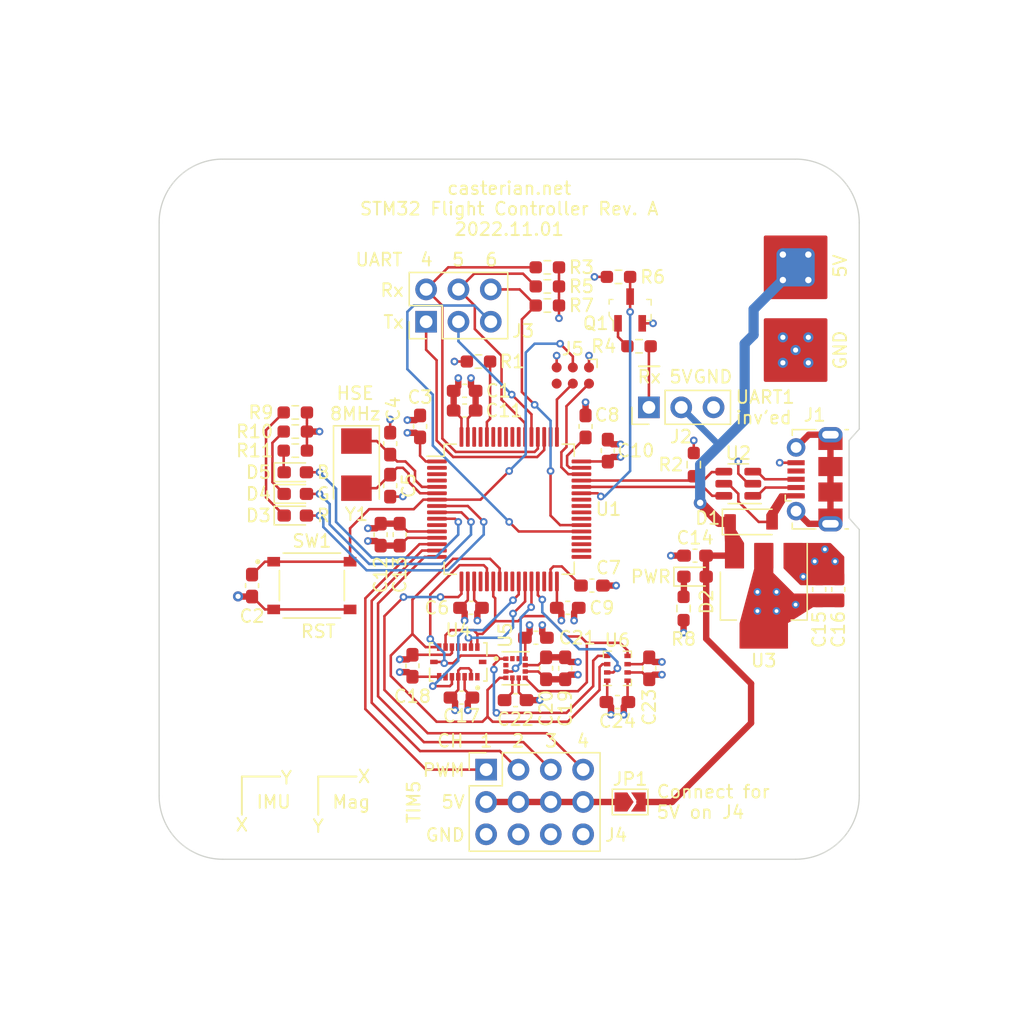
<source format=kicad_pcb>
(kicad_pcb (version 20211014) (generator pcbnew)
  (layers (0 "F.Cu" signal) (1 "In1.Cu" power) (2 "In2.Cu" power) (31 "B.Cu" signal) (34 "B.Paste" user) (35 "F.Paste" user) (36 "B.SilkS" user "B.Silkscreen") (37 "F.SilkS" user "F.Silkscreen") (38 "B.Mask" user) (39 "F.Mask" user) (44 "Edge.Cuts" user))
  (net 0 "")
  (net 1 "GND")
  (net 2 "/NRST")
  (net 3 "/OSC_IN")
  (net 4 "/OSC_OUT")
  (net 5 "/VCAP1")
  (net 6 "/VCAP2")
  (net 7 "+5V")
  (net 8 "VBUS")
  (net 9 "/USB_CONN_D-")
  (net 10 "/USB_CONN_D+")
  (net 12 "unconnected-(J1-Pad6)")
  (net 13 "/UART1_RX")
  (net 14 "Net-(Q1-Pad1)")
  (net 15 "/BOOT0")
  (net 16 "+3.3V")
  (net 17 "/UART1_RX_INV")
  (net 21 "/LED_RED")
  (net 22 "/LED_GREEN")
  (net 23 "/LED_BLUE")
  (net 25 "/TIM5_CH1")
  (net 26 "/TIM5_CH2")
  (net 27 "/TIM5_CH3")
  (net 28 "/TIM5_CH4")
  (net 29 "/SPI1_SCK")
  (net 30 "/SPI1_MISO")
  (net 31 "/SPI1_MOSI")
  (net 35 "/ACC_NSS")
  (net 36 "/GYRO_NSS")
  (net 37 "/MAG_NSS")
  (net 38 "/BARO_NSS")
  (net 43 "/UART6_TX")
  (net 44 "/UART6_RX")
  (net 49 "/USB_D-")
  (net 50 "/USB_D+")
  (net 51 "/SWDIO")
  (net 52 "/SWCLK")
  (net 53 "Net-(D2-Pad1)")
  (net 54 "/UART4_TX")
  (net 55 "/UART4_RX")
  (net 56 "/UART5_TX")
  (net 57 "/UART5_RX")
  (net 58 "Net-(D3-Pad1)")
  (net 59 "Net-(D4-Pad1)")
  (net 60 "Net-(D5-Pad1)")
  (net 68 "/PWM_5V")
  (net 79 "/Sensors/MAG_C1")
  (footprint "Resistor_SMD:R_0603_1608Metric_Pad0.98x0.95mm_HandSolder" (layer "F.Cu") (at 133.2 95.4)
    (fp_text reference "R11")
    (fp_text value "1k")
  )
  (footprint "Capacitor_SMD:C_0603_1608Metric_Pad1.08x0.95mm_HandSolder" (layer "F.Cu") (at 140.65 98.15 -90)
    (fp_text reference "C5")
    (fp_text value "30pF")
  )
  (footprint "Capacitor_SMD:C_0603_1608Metric_Pad1.08x0.95mm_HandSolder" (layer "F.Cu") (at 139.9 102 90)
    (fp_text reference "C12")
    (fp_text value "1uF")
  )
  (footprint "Capacitor_SMD:C_0603_1608Metric_Pad1.08x0.95mm_HandSolder" (layer "F.Cu") (at 152.9 112.5 -90)
    (fp_text reference "C20")
    (fp_text value "100nF")
  )
  (footprint "Capacitor_SMD:C_0603_1608Metric_Pad1.08x0.95mm_HandSolder" (layer "F.Cu") (at 154.6 107.75)
    (fp_text reference "C9")
    (fp_text value "100nF")
  )
  (footprint "Capacitor_SMD:C_0603_1608Metric_Pad1.08x0.95mm_HandSolder" (layer "F.Cu") (at 143 93.5 90)
    (fp_text reference "C3")
    (fp_text value "100nF")
  )
  (footprint "Resistor_SMD:R_0603_1608Metric_Pad0.98x0.95mm_HandSolder" (layer "F.Cu") (at 153 81 180)
    (fp_text reference "R3")
    (fp_text value "10k")
  )
  (footprint "Connector_PinHeader_2.54mm:PinHeader_2x03_P2.54mm_Vertical" (layer "F.Cu") (at 143.475 85.275 90)
    (fp_text reference "J3")
    (fp_text value "2.54mm Male")
  )
  (footprint "Resistor_SMD:R_0603_1608Metric_Pad0.98x0.95mm_HandSolder" (layer "F.Cu") (at 153 84 180)
    (fp_text reference "R7")
    (fp_text value "10k")
  )
  (footprint "Crystal:Crystal_SMD_5032-2Pin_5.0x3.2mm" (layer "F.Cu") (at 138 96.5 -90)
    (fp_text reference "Y1")
    (fp_text value "8MHz")
  )
  (footprint "Resistor_SMD:R_0603_1608Metric_Pad0.98x0.95mm_HandSolder" (layer "F.Cu") (at 163.7 107.8 -90)
    (fp_text reference "R8")
    (fp_text value "1k")
  )
  (footprint "Package_LGA:Bosch_LGA-8_2x2.5mm_P0.65mm_ClockwisePinNumbering" (layer "F.Cu") (at 158.5 112.5 90)
    (fp_text reference "U6")
    (fp_text value "BMP280")
  )
  (footprint "Package_TO_SOT_SMD:SOT-223-3_TabPin2" (layer "F.Cu") (at 170 106.8 -90)
    (fp_text reference "U3")
    (fp_text value "AMS1117-3.3")
  )
  (footprint "Package_QFP:LQFP-64_10x10mm_P0.5mm" (layer "F.Cu") (at 150 100)
    (fp_text reference "U1")
    (fp_text value "STM32F405RGTx")
  )
  (footprint "Capacitor_SMD:C_0603_1608Metric_Pad1.08x0.95mm_HandSolder" (layer "F.Cu") (at 156.5 106 180)
    (fp_text reference "C7")
    (fp_text value "2.2uF")
  )
  (footprint "Capacitor_SMD:C_0603_1608Metric_Pad1.08x0.95mm_HandSolder" (layer "F.Cu") (at 161 112.5 -90)
    (fp_text reference "C23")
    (fp_text value "100nF")
  )
  (footprint "Capacitor_SMD:C_0603_1608Metric_Pad1.08x0.95mm_HandSolder" (layer "F.Cu") (at 154.4 112.5 -90)
    (fp_text reference "C19")
    (fp_text value "10uF")
  )
  (footprint "Capacitor_SMD:C_0603_1608Metric_Pad1.08x0.95mm_HandSolder" (layer "F.Cu") (at 156 93.5 90)
    (fp_text reference "C8")
    (fp_text value "2.2uF")
  )
  (footprint "Custom_Parts:PQFN50P450X300X100-16N" (layer "F.Cu") (at 146 112 180)
    (fp_text reference "U4")
    (fp_text value "BMI088")
  )
  (footprint "Capacitor_SMD:C_0603_1608Metric_Pad1.08x0.95mm_HandSolder" (layer "F.Cu") (at 157.75 95.4 90)
    (fp_text reference "C10")
    (fp_text value "100nF")
  )
  (footprint "MountingHole:MountingHole_3.2mm_M3" (layer "F.Cu") (at 165.25 84.75)
    (fp_text reference "H2" hide)
    (fp_text value "MountingHole")
  )
  (footprint "Connector_USB:USB_Micro-B_Molex-105017-0001" (layer "F.Cu") (at 174 97.65 90)
    (fp_text reference "J1")
    (fp_text value "USB_B_Micro")
  )
  (footprint "Capacitor_SMD:C_0603_1608Metric_Pad1.08x0.95mm_HandSolder" (layer "F.Cu") (at 129.8 106 90)
    (fp_text reference "C2")
    (fp_text value "100nF")
  )
  (footprint "Resistor_SMD:R_0603_1608Metric_Pad0.98x0.95mm_HandSolder" (layer "F.Cu") (at 158.5875 81.75)
    (fp_text reference "R6")
    (fp_text value "10k")
  )
  (footprint "Capacitor_SMD:C_0603_1608Metric_Pad1.08x0.95mm_HandSolder" (layer "F.Cu") (at 174.35 106.3 90)
    (fp_text reference "C15")
    (fp_text value "100nF")
  )
  (footprint "Capacitor_SMD:C_0603_1608Metric_Pad1.08x0.95mm_HandSolder" (layer "F.Cu") (at 141.4 102 90)
    (fp_text reference "C13")
    (fp_text value "100nF")
  )
  (footprint "Capacitor_SMD:C_0603_1608Metric_Pad1.08x0.95mm_HandSolder" (layer "F.Cu") (at 142.4 112.3 -90)
    (fp_text reference "C18")
    (fp_text value "100nF")
  )
  (footprint "MountingHole:MountingHole_3.2mm_M3" (layer "F.Cu") (at 134.75 115.25)
    (fp_text reference "H3" hide)
    (fp_text value "MountingHole")
  )
  (footprint "Custom_Parts:SW_TS-1187A-B-A-B" (layer "F.Cu") (at 134.5 106)
    (fp_text reference "SW1")
    (fp_text value "Tactile Switch")
  )
  (footprint "Resistor_SMD:R_0603_1608Metric_Pad0.98x0.95mm_HandSolder" (layer "F.Cu") (at 133.2 93.9)
    (fp_text reference "R10")
    (fp_text value "1k")
  )
  (footprint "Capacitor_SMD:C_0603_1608Metric_Pad1.08x0.95mm_HandSolder" (layer "F.Cu") (at 150.5 115)
    (fp_text reference "C22")
    (fp_text value "220nF")
  )
  (footprint "Capacitor_SMD:C_0603_1608Metric_Pad1.08x0.95mm_HandSolder" (layer "F.Cu") (at 152.1 110.1)
    (fp_text reference "C21")
    (fp_text value "100nF")
  )
  (footprint "Capacitor_SMD:C_0603_1608Metric_Pad1.08x0.95mm_HandSolder" (layer "F.Cu") (at 140.65 94.85 -90)
    (fp_text reference "C4")
    (fp_text value "30pF")
  )
  (footprint "Capacitor_SMD:C_0603_1608Metric_Pad1.08x0.95mm_HandSolder" (layer "F.Cu") (at 147 107.75 180)
    (fp_text reference "C6")
    (fp_text value "100nF")
  )
  (footprint "Capacitor_SMD:C_0603_1608Metric_Pad1.08x0.95mm_HandSolder" (layer "F.Cu") (at 146.25 114.8 180)
    (fp_text reference "C17")
    (fp_text value "100nF")
  )
  (footprint "LED_SMD:LED_0603_1608Metric_Pad1.05x0.95mm_HandSolder" (layer "F.Cu") (at 133.2 100.5)
    (fp_text reference "D3")
    (fp_text value "Red")
  )
  (footprint "digikey-footprints:SOT-23-3" (layer "F.Cu") (at 159.5 84.35 90)
    (fp_text reference "Q1")
    (fp_text value "S9013")
  )
  (footprint "Resistor_SMD:R_0603_1608Metric_Pad0.98x0.95mm_HandSolder" (layer "F.Cu") (at 133.2 92.4)
    (fp_text reference "R9")
    (fp_text value "1k")
  )
  (footprint "Resistor_SMD:R_0603_1608Metric_Pad0.98x0.95mm_HandSolder" (layer "F.Cu") (at 147.5875 88.4 180)
    (fp_text reference "R1")
    (fp_text value "100k")
  )
  (footprint "Capacitor_SMD:C_0603_1608Metric_Pad1.08x0.95mm_HandSolder" (layer "F.Cu") (at 164.6 103.65 180)
    (fp_text reference "C14")
    (fp_text value "10uF")
  )
  (footprint "Capacitor_SMD:C_0603_1608Metric_Pad1.08x0.95mm_HandSolder" (layer "F.Cu") (at 158.5 115.15 180)
    (fp_text reference "C24")
    (fp_text value "100nF")
  )
  (footprint "MountingHole:MountingHole_3.2mm_M3" (layer "F.Cu") (at 134.75 84.75)
    (fp_text reference "H1" hide)
    (fp_text value "MountingHole")
  )
  (footprint "Jumper:SolderJumper-2_P1.3mm_Open_TrianglePad1.0x1.5mm" (layer "F.Cu") (at 159.5 123)
    (fp_text reference "JP1")
    (fp_text value "Jumper")
  )
  (footprint "Capacitor_SMD:C_0603_1608Metric_Pad1.08x0.95mm_HandSolder" (layer "F.Cu") (at 175.85 106.3 90)
    (fp_text reference "C16")
    (fp_text value "10uF")
  )
  (footprint "Custom_Parts:PQFN50P200X200X70-12N" (layer "F.Cu") (at 150.5 112.5)
    (fp_text reference "U5")
    (fp_text value "LIS2MDLTR")
  )
  (footprint "Custom_Parts:PWM_Conn_3x04" (layer "F.Cu") (at 152 123)
    (fp_text reference "J4")
    (fp_text value "PWM_Conn_3x04")
  )
  (footprint "LED_SMD:LED_0603_1608Metric_Pad1.05x0.95mm_HandSolder" (layer "F.Cu") (at 133.2 98.8)
    (fp_text reference "D4")
    (fp_text value "Green")
  )
  (footprint "MountingHole:MountingHole_3.2mm_M3" (layer "F.Cu") (at 165.25 115.25)
    (fp_text reference "H4" hide)
    (fp_text value "MountingHole")
  )
  (footprint "Resistor_SMD:R_0603_1608Metric_Pad0.98x0.95mm_HandSolder" (layer "F.Cu") (at 160.2 87.2 180)
    (fp_text reference "R4")
    (fp_text value "1k")
  )
  (footprint "Connector_PinHeader_2.54mm:PinHeader_1x03_P2.54mm_Vertical" (layer "F.Cu") (at 160.975 92 90)
    (fp_text reference "J2")
    (fp_text value "2.54mm Male")
  )
  (footprint "Package_TO_SOT_SMD:SOT-23-6" (layer "F.Cu") (at 168 98 180)
    (fp_text reference "U2")
    (fp_text value "USBLC6-2SC6")
  )
  (footprint "LED_SMD:LED_0603_1608Metric_Pad1.05x0.95mm_HandSolder" (layer "F.Cu") (at 133.2 97.1)
    (fp_text reference "D5")
    (fp_text value "Blue")
  )
  (footprint "Diode_SMD:D_SOD-123" (layer "F.Cu") (at 169 101)
    (fp_text reference "D1")
    (fp_text value "B5819W")
  )
  (footprint "Resistor_SMD:R_0603_1608Metric_Pad0.98x0.95mm_HandSolder" (layer "F.Cu") (at 164.5 96.5 -90)
    (fp_text reference "R2")
    (fp_text value "1.5k")
  )
  (footprint "Capacitor_SMD:C_0603_1608Metric_Pad1.08x0.95mm_HandSolder" (layer "F.Cu") (at 146.5 92.25)
    (fp_text reference "C11")
    (fp_text value "100nF")
  )
  (footprint "Resistor_SMD:R_0603_1608Metric_Pad0.98x0.95mm_HandSolder" (layer "F.Cu") (at 153 82.5 180)
    (fp_text reference "R5")
    (fp_text value "10k")
  )
  (footprint "Capacitor_SMD:C_0603_1608Metric_Pad1.08x0.95mm_HandSolder" (layer "F.Cu") (at 146.5 90.7)
    (fp_text reference "C1")
    (fp_text value "10uF")
  )
  (footprint "Connector:Tag-Connect_TC2030-IDC-NL_2x03_P1.27mm_Vertical" (layer "F.Cu") (at 155 89.5 180)
    (fp_text reference "J5")
    (fp_text value "TC2030-IDC")
  )
  (footprint "LED_SMD:LED_0603_1608Metric_Pad1.05x0.95mm_HandSolder" (layer "F.Cu") (at 164.6 105.3)
    (fp_text reference "D2")
    (fp_text value "Red")
  )
  (gr_line (start 135 121) (end 135 124) (layer "F.SilkS") (width 0.15))
  (gr_line (start 129 121) (end 129 124) (layer "F.SilkS") (width 0.15))
  (gr_line (start 135 121) (end 138 121) (layer "F.SilkS") (width 0.15))
  (gr_line (start 132 121) (end 129 121) (layer "F.SilkS") (width 0.15))
  (gr_arc (start 127.5 127.5) (mid 123.964466 126.035534) (end 122.5 122.5) (layer "Edge.Cuts") (width 0.1))
  (gr_line (start 176.7 100.7) (end 177.5 101.6) (layer "Edge.Cuts") (width 0.1))
  (gr_arc (start 172.5 72.5) (mid 176.035534 73.964466) (end 177.5 77.5) (layer "Edge.Cuts") (width 0.1))
  (gr_arc (start 122.5 77.5) (mid 123.964466 73.964466) (end 127.5 72.5) (layer "Edge.Cuts") (width 0.1))
  (gr_arc (start 177.5 122.5) (mid 176.035534 126.035534) (end 172.5 127.5) (layer "Edge.Cuts") (width 0.1))
  (gr_line (start 177.5 93.7) (end 176.7 94.6) (layer "Edge.Cuts") (width 0.1))
  (gr_line (start 172.5 127.5) (end 127.5 127.5) (layer "Edge.Cuts") (width 0.1))
  (gr_line (start 177.5 77.5) (end 177.5 93.7) (layer "Edge.Cuts") (width 0.1))
  (gr_line (start 177.5 122.5) (end 177.5 101.6) (layer "Edge.Cuts") (width 0.1))
  (gr_line (start 122.5 122.5) (end 122.5 77.5) (layer "Edge.Cuts") (width 0.1))
  (gr_line (start 127.5 72.5) (end 172.5 72.5) (layer "Edge.Cuts") (width 0.1))
  (gr_line (start 176.7 94.6) (end 176.7 100.7) (layer "Edge.Cuts") (width 0.1))
  (gr_text "2" (at 150.7 118.2) (layer "F.SilkS") (effects (font (size 1 1))))
  (gr_text "UART1\ninv'ed" (at 167.7 92) (layer "F.SilkS") (effects (font (size 1 1)) (justify left)))
  (gr_text "5V" (at 163.5 89.6) (layer "F.SilkS") (effects (font (size 1 1))))
  (gr_text "5V" (at 146.6 123) (layer "F.SilkS") (effects (font (size 1 1)) (justify right)))
  (gr_text "Y" (at 132.5 121.1) (layer "F.SilkS") (effects (font (size 1 1))))
  (gr_text "B" (at 134.8 97.1) (layer "F.SilkS") (effects (font (size 1 1)) (justify left)))
  (gr_text "3" (at 153.3 118.2) (layer "F.SilkS") (effects (font (size 1 1))))
  (gr_text "IMU" (at 131.5 123) (layer "F.SilkS") (effects (font (size 1 1))))
  (gr_text "Mag" (at 137.6 123) (layer "F.SilkS") (effects (font (size 1 1))))
  (gr_text "CH" (at 146.5 118.2) (layer "F.SilkS") (effects (font (size 1 1)) (justify right)))
  (gr_text "HSE\n8MHz" (at 137.9 91.7) (layer "F.SilkS") (effects (font (size 1 1))))
  (gr_text "UART" (at 141.7 80.4) (layer "F.SilkS") (effects (font (size 1 1)) (justify right)))
  (gr_text "PWR" (at 162.8 105.3) (layer "F.SilkS") (effects (font (size 1 1)) (justify right)))
  (gr_text "RST" (at 135 109.6) (layer "F.SilkS") (effects (font (size 1 1))))
  (gr_text "casterian.net\nSTM32 Flight Controller Rev. A\n2022.11.01" (at 150 76.4) (layer "F.SilkS") (effects (font (size 1 1))))
  (gr_text "PWM" (at 146.6 120.5) (layer "F.SilkS") (effects (font (size 1 1)) (justify right)))
  (gr_text "5" (at 146 80.4) (layer "F.SilkS") (effects (font (size 1 1))))
  (gr_text "X" (at 129 124.8) (layer "F.SilkS") (effects (font (size 1 1))))
  (gr_text "TIM5" (at 142.5 123 90) (layer "F.SilkS") (effects (font (size 1 1))))
  (gr_text "G" (at 134.8 98.8) (layer "F.SilkS") (effects (font (size 1 1)) (justify left)))
  (gr_text "4" (at 143.5 80.4) (layer "F.SilkS") (effects (font (size 1 1))))
  (gr_text "Connect for\n5V on J4" (at 161.5 123) (layer "F.SilkS") (effects (font (size 1 1)) (justify left)))
  (gr_text "~{Rx}" (at 161 89.6) (layer "F.SilkS") (effects (font (size 1 1))))
  (gr_text "Y" (at 135 124.9) (layer "F.SilkS") (effects (font (size 1 1))))
  (gr_text "1" (at 148.2 118.2) (layer "F.SilkS") (effects (font (size 1 1))))
  (gr_text "R" (at 134.8 100.5) (layer "F.SilkS") (effects (font (size 1 1)) (justify left)))
  (gr_text "GND" (at 146.6 125.6) (layer "F.SilkS") (effects (font (size 1 1)) (justify right)))
  (gr_text "5V" (at 176 80.9 90) (layer "F.SilkS") (effects (font (size 1 1))))
  (gr_text "4" (at 155.8 118.2) (layer "F.SilkS") (effects (font (size 1 1))))
  (gr_text "GND" (at 176 87.5 90) (layer "F.SilkS") (effects (font (size 1 1))))
  (gr_text "Rx" (at 141.8 82.8) (layer "F.SilkS") (effects (font (size 1 1)) (justify right)))
  (gr_text "GND" (at 166 89.6) (layer "F.SilkS") (effects (font (size 1 1))))
  (gr_text "6" (at 148.6 80.4) (layer "F.SilkS") (effects (font (size 1 1))))
  (gr_text "Tx" (at 141.8 85.3) (layer "F.SilkS") (effects (font (size 1 1)) (justify right)))
  (gr_text "X" (at 138.6 121) (layer "F.SilkS") (effects (font (size 1 1))))
  (segment (start 140.65 93.9875) (end 140.65 92.95) (width 0.2) (layer "F.Cu") (net 1))
  (segment (start 146.75 105.675) (end 146.75 107.1375) (width 0.2) (layer "F.Cu") (net 1))
  (segment (start 157.7 115.0875) (end 157.6375 115.15) (width 0.2) (layer "F.Cu") (net 1))
  (segment (start 142.6375 93) (end 143 92.6375) (width 0.5) (layer "F.Cu") (net 1))
  (segment (start 150.75 113.26) (end 150.75 114.3875) (width 0.2) (layer "F.Cu") (net 1))
  (segment (start 152.6 109.1) (end 152.6 109.7375) (width 0.5) (layer "F.Cu") (net 1))
  (segment (start 139.9 101.1375) (end 141.4 101.1375) (width 0.5) (layer "F.Cu") (net 1))
  (segment (start 131.5 107.875) (end 130.8125 107.875) (width 0.2) (layer "F.Cu") (net 1))
  (segment (start 152.9 113.3625) (end 154.4 113.3625) (width 0.5) (layer "F.Cu") (net 1))
  (segment (start 141.6375 99.0125) (end 141.65 99) (width 0.2) (layer "F.Cu") (net 1))
  (segment (start 155.4 113) (end 154.7625 113) (width 0.5) (layer "F.Cu") (net 1))
  (segment (start 147 90.3375) (end 147.3625 90.7) (width 0.5) (layer "F.Cu") (net 1))
  (segment (start 150.75 114.3875) (end 151.3625 115) (width 0.2) (layer "F.Cu") (net 1))
  (segment (start 146.75 94.325) (end 146.75 92.8625) (width 0.2) (layer "F.Cu") (net 1))
  (segment (start 158.1125 94.9) (end 157.75 94.5375) (width 0.5) (layer "F.Cu") (net 1))
  (segment (start 129.8 106.8625) (end 128.7125 106.8625) (width 0.5) (layer "F.Cu") (net 1))
  (segment (start 153.73 88.865) (end 153.73 87.935) (width 0.2) (layer "F.Cu") (net 1))
  (segment (start 152.2875 112.75) (end 151.26 112.75) (width 0.2) (layer "F.Cu") (net 1))
  (segment (start 140.65 99.0125) (end 141.6375 99.0125) (width 0.2) (layer "F.Cu") (net 1))
  (segment (start 158 116.15) (end 158 115.5125) (width 0.5) (layer "F.Cu") (net 1))
  (segment (start 142.0375 112.8) (end 142.4 113.1625) (width 0.5) (layer "F.Cu") (net 1))
  (segment (start 146.75 107.1375) (end 146.1375 107.75) (width 0.2) (layer "F.Cu") (net 1))
  (segment (start 158.75 94.9) (end 158.1125 94.9) (width 0.5) (layer "F.Cu") (net 1))
  (segment (start 163.7 108.7125) (end 163.7 109.7) (width 0.5) (layer "F.Cu") (net 1))
  (segment (start 144.325 101.75) (end 142.0125 101.75) (width 0.2) (layer "F.Cu") (net 1))
  (segment (start 146.5 108.1125) (end 146.1375 107.75) (width 0.5) (layer "F.Cu") (net 1))
  (segment (start 156 92.6375) (end 156 91.6) (width 0.5) (layer "F.Cu") (net 1))
  (segment (start 147.3625 90.7) (end 147.3625 92.25) (width 0.5) (layer "F.Cu") (net 1))
  (segment (start 154.7625 113) (end 154.4 113.3625) (width 0.5) (layer "F.Cu") (net 1))
  (segment (start 163.7375 103.65) (end 162.7 103.65) (width 0.5) (layer "F.Cu") (net 1))
  (segment (start 161.3625 113) (end 161 113.3625) (width 0.5) (layer "F.Cu") (net 1))
  (segment (start 142.0125 101.75) (end 141.4 101.1375) (width 0.2) (layer "F.Cu") (net 1))
  (segment (start 145 113.165) (end 144.5 113.165) (width 0.2) (layer "F.Cu") (net 1))
  (segment (start 146.17 112.5) (end 146 112.67) (width 0.2) (layer "F.Cu") (net 1))
  (segment (start 144.4975 113.1625) (end 142.4 113.1625) (width 0.2) (layer "F.Cu") (net 1))
  (segment (start 128.7125 106.8625) (end 128.7 106.85) (width 0.5) (layer "F.Cu") (net 1))
  (segment (start 151.3625 115) (end 152.4 115) (width 0.5) (layer "F.Cu") (net 1))
  (segment (start 145.75 115.1625) (end 145.75 115.8) (width 0.5) (layer "F.Cu") (net 1))
  (segment (start 152.6 109.7375) (end 152.9625 110.1) (width 0.5) (layer "F.Cu") (net 1))
  (segment (start 147 113.165) (end 147 112.67) (width 0.2) (layer "F.Cu") (net 1))
  (segment (start 147 89.7) (end 147 90.3375) (width 0.5) (layer "F.Cu") (net 1))
  (segment (start 142 93) (end 142.6375 93) (width 0.5) (layer "F.Cu") (net 1))
  (segment (start 168 97.211396) (end 168 96.25) (width 0.2) (layer "F.Cu") (net 1))
  (segment (start 155.1 108.1125) (end 155.4625 107.75) (width 0.5) (layer "F.Cu") (net 1))
  (segment (start 157.3625 106) (end 158.4 106) (width 0.5) (layer "F.Cu") (net 1))
  (segment (start 159.3 112.825) (end 160.4625 112.825) (width 0.2) (layer "F.Cu") (net 1))
  (segment (start 134.1125 92.4) (end 134.1125 93.9) (width 0.2) (layer "F.Cu") (net 1))
  (segment (start 158 115.5125) (end 157.6375 115.15) (width 0.5) (layer "F.Cu") (net 1))
  (segment (start 160.45 85.4) (end 161.3 85.4) (width 0.2) (layer "F.Cu") (net 1))
  (segment (start 144.5 113.165) (end 144.4975 113.1625) (width 0.2) (layer "F.Cu") (net 1))
  (segment (start 155.1 108.75) (end 155.1 108.1125) (width 0.5) (layer "F.Cu") (net 1))
  (segment (start 138.9 101.5) (end 139.5375 101.5) (width 0.5) (layer "F.Cu") (net 1))
  (segment (start 146 114.1875) (end 145.3875 114.8) (width 0.2) (layer "F.Cu") (net 1))
  (segment (start 146 112.67) (end 146 113.165) (width 0.2) (layer "F.Cu") (net 1))
  (segment (start 157.7 113.475) (end 157.7 115.0875) (width 0.2) (layer "F.Cu") (net 1))
  (segment (start 160.4625 112.825) (end 161 113.3625) (width 0.2) (layer "F.Cu") (net 1))
  (segment (start 130.8125 107.875) (end 129.8 106.8625) (width 0.2) (layer "F.Cu") (net 1))
  (segment (start 141.4 112.8) (end 142.0375 112.8) (width 0.5) (layer "F.Cu") (net 1))
  (segment (start 168.788604 98) (end 168 97.211396) (width 0.2) (layer "F.Cu") (net 1))
  (segment (start 146.75 92.8625) (end 147.3625 92.25) (width 0.2) (layer "F.Cu") (net 1))
  (segment (start 134.1125 93.9) (end 135.1 93.9) (width 0.5) (layer "F.Cu") (net 1))
  (segment (start 145.3875 114.8) (end 145.75 115.1625) (width 0.5) (layer "F.Cu") (net 1))
  (segment (start 137.5 107.875) (end 131.5 107.875) (width 0.2) (layer "F.Cu") (net 1))
  (segment (start 146 113.165) (end 146 114.1875) (width 0.2) (layer "F.Cu") (net 1))
  (segment (start 146.5 108.75) (end 146.5 108.1125) (width 0.5) (layer "F.Cu") (net 1))
  (segment (start 146.675 88.4) (end 145.7 88.4) (width 0.2) (layer "F.Cu") (net 1))
  (segment (start 147 112.67) (end 146.83 112.5) (width 0.2) (layer "F.Cu") (net 1))
  (segment (start 162 113) (end 161.3625 113) (width 0.5) (layer "F.Cu") (net 1))
  (segment (start 146.83 112.5) (end 146.17 112.5) (width 0.2) (layer "F.Cu") (net 1))
  (segment (start 134.1125 93.9) (end 134.1125 95.4) (width 0.2) (layer "F.Cu") (net 1))
  (segment (start 139.5375 101.5) (end 139.9 101.1375) (width 0.5) (layer "F.Cu") (net 1))
  (segment (start 169.1375 98) (end 168.788604 98) (width 0.2) (layer "F.Cu") (net 1))
  (segment (start 152.2875 112.75) (end 152.9 113.3625) (width 0.2) (layer "F.Cu") (net 1))
  (segment (start 172.5375 96.35) (end 171.25 96.35) (width 0.2) (layer "F.Cu") (net 1))
  (via (at 142 93) (size 0.6) (drill 0.3) (layers "F.Cu" "B.Cu") (net 1))
  (via (at 163.7 109.7) (size 0.6) (drill 0.3) (layers "F.Cu" "B.Cu") (net 1))
  (via locked (at 173.5 88.5) (size 0.8) (drill 0.4) (layers "F.Cu" "B.Cu") (net 1))
  (via (at 173.1 105.3) (size 0.6) (drill 0.3) (layers "F.Cu" "B.Cu") (net 1))
  (via (at 155.4 113) (size 0.6) (drill 0.3) (layers "F.Cu" "B.Cu") (net 1))
  (via (at 145.75 115.8) (size 0.6) (drill 0.3) (layers "F.Cu" "B.Cu") (net 1))
  (via (at 147 89.7) (size 0.6) (drill 0.3) (layers "F.Cu" "B.Cu") (net 1))
  (via locked (at 171.5 86.5) (size 0.8) (drill 0.4) (layers "F.Cu" "B.Cu") (net 1))
  (via (at 175.6 104.1) (size 0.6) (drill 0.3) (layers "F.Cu" "B.Cu") (net 1))
  (via (at 162 113) (size 0.6) (drill 0.3) (layers "F.Cu" "B.Cu") (net 1))
  (via (at 174 104.1) (size 0.6) (drill 0.3) (layers "F.Cu" "B.Cu") (net 1))
  (via (at 162.7 103.65) (size 0.6) (drill 0.3) (layers "F.Cu" "B.Cu") (net 1))
  (via (at 156 91.6) (size 0.6) (drill 0.3) (layers "F.Cu" "B.Cu") (net 1))
  (via (at 152.6 109.1) (size 0.6) (drill 0.3) (layers "F.Cu" "B.Cu") (net 1))
  (via (at 145.7 88.4) (size 0.6) (drill 0.3) (layers "F.Cu" "B.Cu") (net 1))
  (via (at 146.5 108.75) (size 0.6) (drill 0.3) (layers "F.Cu" "B.Cu") (net 1))
  (via locked (at 172.5 87.5) (size 0.8) (drill 0.4) (layers "F.Cu" "B.Cu") (net 1))
  (via (at 140.65 92.95) (size 0.6) (drill 0.3) (layers "F.Cu" "B.Cu") (net 1))
  (via (at 155.1 108.75) (size 0.6) (drill 0.3) (layers "F.Cu" "B.Cu") (net 1))
  (via (at 141.65 99) (size 0.6) (drill 0.3) (layers "F.Cu" "B.Cu") (net 1))
  (via (at 152.4 115) (size 0.6) (drill 0.3) (layers "F.Cu" "B.Cu") (net 1))
  (via (at 171.25 96.35) (size 0.6) (drill 0.3) (layers "F.Cu" "B.Cu") (net 1))
  (via (at 161.3 85.4) (size 0.6) (drill 0.3) (layers "F.Cu" "B.Cu") (net 1))
  (via (at 135.1 93.9) (size 0.6) (drill 0.3) (layers "F.Cu" "B.Cu") (net 1))
  (via (at 174.8 103.15) (size 0.6) (drill 0.3) (layers "F.Cu" "B.Cu") (net 1))
  (via (at 168 96.25) (size 0.6) (drill 0.3) (layers "F.Cu" "B.Cu") (net 1))
  (via locked (at 171.5 88.5) (size 0.8) (drill 0.4) (layers "F.Cu" "B.Cu") (net 1))
  (via (at 158.4 106) (size 0.6) (drill 0.3) (layers "F.Cu" "B.Cu") (net 1))
  (via (at 141.4 112.8) (size 0.6) (drill 0.3) (layers "F.Cu" "B.Cu") (net 1))
  (via (at 158.75 94.9) (size 0.6) (drill 0.3) (layers "F.Cu" "B.Cu") (net 1))
  (via (at 128.7 106.85) (size 0.8) (drill 0.4) (layers "F.Cu" "B.Cu") (net 1))
  (via locked (at 173.5 86.5) (size 0.8) (drill 0.4) (layers "F.Cu" "B.Cu") (net 1))
  (via (at 158 116.15) (size 0.6) (drill 0.3) (layers "F.Cu" "B.Cu") (net 1))
  (via (at 138.9 101.5) (size 0.6) (drill 0.3) (layers "F.Cu" "B.Cu") (net 1))
  (via (at 153.73 87.935) (size 0.6) (drill 0.3) (layers "F.Cu" "B.Cu") (net 1))
  (segment (start 144.325 99.25) (end 147.75 99.25) (width 0.2) (layer "F.Cu") (net 2))
  (segment (start 144.325 99.25) (end 143.25 99.25) (width 0.2) (layer "F.Cu") (net 2))
  (segment (start 142.5 100) (end 139 100) (width 0.2) (layer "F.Cu") (net 2))
  (segment (start 155 88) (end 154 87) (width 0.2) (layer "F.Cu") (net 2))
  (segment (start 143.25 99.25) (end 142.5 100) (width 0.2) (layer "F.Cu") (net 2))
  (segment (start 147.75 99.25) (end 150 97) (width 0.2) (layer "F.Cu") (net 2))
  (segment (start 131.5 104.125) (end 137.5 104.125) (width 0.2) (layer "F.Cu") (net 2))
  (segment (start 130.8125 104.125) (end 131.5 104.125) (width 0.2) (layer "F.Cu") (net 2))
  (segment (start 137.5 101.5) (end 137.5 104.125) (width 0.2) (layer "F.Cu") (net 2))
  (segment (start 139 100) (end 137.5 101.5) (width 0.2) (layer "F.Cu") (net 2))
  (segment (start 155 88.865) (end 155 88) (width 0.2) (layer "F.Cu") (net 2))
  (segment (start 130.8125 104.125) (end 129.8 105.1375) (width 0.2) (layer "F.Cu") (net 2))
  (via (at 150 97) (size 0.6) (drill 0.3) (layers "F.Cu" "B.Cu") (net 2))
  (via (at 154 87) (size 0.6) (drill 0.3) (layers "F.Cu" "B.Cu") (net 2))
  (segment (start 152 87) (end 154 87) (width 0.2) (layer "B.Cu") (net 2))
  (segment (start 151.3 87.7) (end 151.3 95.7) (width 0.2) (layer "B.Cu") (net 2))
  (segment (start 151.3 87.7) (end 152 87) (width 0.2) (layer "B.Cu") (net 2))
  (segment (start 150 97) (end 151.3 95.7) (width 0.2) (layer "B.Cu") (net 2))
  (segment (start 138 94.65) (end 139.6 94.65) (width 0.2) (layer "F.Cu") (net 3))
  (segment (start 141.2 96.25) (end 141.85 96.25) (width 0.2) (layer "F.Cu") (net 3))
  (segment (start 139.6 94.65) (end 141.2 96.25) (width 0.2) (layer "F.Cu") (net 3))
  (segment (start 143.15 98.25) (end 144.325 98.25) (width 0.2) (layer "F.Cu") (net 3))
  (segment (start 142.6 97) (end 142.6 97.7) (width 0.2) (layer "F.Cu") (net 3))
  (segment (start 141.85 96.25) (end 142.6 97) (width 0.2) (layer "F.Cu") (net 3))
  (segment (start 142.6 97.7) (end 143.15 98.25) (width 0.2) (layer "F.Cu") (net 3))
  (segment (start 144.325 98.75) (end 143 98.75) (width 0.2) (layer "F.Cu") (net 4))
  (segment (start 141.1875 96.75) (end 140.65 97.2875) (width 0.2) (layer "F.Cu") (net 4))
  (segment (start 139.5875 98.35) (end 138 98.35) (width 0.2) (layer "F.Cu") (net 4))
  (segment (start 143 98.75) (end 142.1 97.85) (width 0.2) (layer "F.Cu") (net 4))
  (segment (start 142.1 97.2) (end 141.65 96.75) (width 0.2) (layer "F.Cu") (net 4))
  (segment (start 141.65 96.75) (end 141.1875 96.75) (width 0.2) (layer "F.Cu") (net 4))
  (segment (start 140.65 97.2875) (end 139.5875 98.35) (width 0.2) (layer "F.Cu") (net 4))
  (segment (start 142.1 97.85) (end 142.1 97.2) (width 0.2) (layer "F.Cu") (net 4))
  (segment (start 153.475 104.5) (end 154.1375 104.5) (width 0.2) (layer "F.Cu") (net 5))
  (segment (start 153.25 104.725) (end 153.475 104.5) (width 0.2) (layer "F.Cu") (net 5))
  (segment (start 153.25 105.675) (end 153.25 104.725) (width 0.2) (layer "F.Cu") (net 5))
  (segment (start 154.1375 104.5) (end 155.6375 106) (width 0.2) (layer "F.Cu") (net 5))
  (segment (start 155.675 96.75) (end 154.75 96.75) (width 0.2) (layer "F.Cu") (net 6))
  (segment (start 154.55 96.55) (end 154.55 95.8125) (width 0.2) (layer "F.Cu") (net 6))
  (segment (start 154.75 96.75) (end 154.55 96.55) (width 0.2) (layer "F.Cu") (net 6))
  (segment (start 154.55 95.8125) (end 156 94.3625) (width 0.2) (layer "F.Cu") (net 6))
  (segment (start 160.225 123) (end 162.8 123) (width 0.5) (layer "F.Cu") (net 7))
  (segment (start 169 116.8) (end 169 113.7) (width 0.5) (layer "F.Cu") (net 7))
  (segment (start 165.4625 105.2875) (end 165.475 105.3) (width 0.5) (layer "F.Cu") (net 7))
  (segment (start 166.5 101) (end 165 99.5) (width 0.8) (layer "F.Cu") (net 7))
  (segment (start 165.4625 103.65) (end 165.4625 105.2875) (width 0.5) (layer "F.Cu") (net 7))
  (segment (start 162.8 123) (end 169 116.8) (width 0.5) (layer "F.Cu") (net 7))
  (segment (start 167.7 103.65) (end 165.4625 103.65) (width 0.5) (layer "F.Cu") (net 7))
  (segment (start 169 113.7) (end 165.475 110.175) (width 0.5) (layer "F.Cu") (net 7))
  (segment (start 165.475 110.175) (end 165.475 105.3) (width 0.5) (layer "F.Cu") (net 7))
  (segment (start 167.35 101) (end 166.5 101) (width 0.8) (layer "F.Cu") (net 7))
  (via (at 165 99.5) (size 1) (drill 0.5) (layers "F.Cu" "B.Cu") (net 7))
  (via locked (at 173.5 82) (size 1) (drill 0.5) (layers "F.Cu" "B.Cu") (net 7))
  (via locked (at 173.5 80) (size 1) (drill 0.5) (layers "F.Cu" "B.Cu") (net 7))
  (via locked (at 171.5 82) (size 1) (drill 0.5) (layers "F.Cu" "B.Cu") (net 7))
  (via locked (at 171.5 80) (size 1) (drill 0.5) (layers "F.Cu" "B.Cu") (net 7))
  (segment (start 168.5 87) (end 169.2 86.3) (width 0.8) (layer "B.Cu") (net 7))
  (segment (start 169.2 86.3) (end 169.2 84.3) (width 0.8) (layer "B.Cu") (net 7))
  (segment (start 165 96.5) (end 168.5 93) (width 0.8) (layer "B.Cu") (net 7))
  (segment (start 163.515 92) (end 166.5 94.985) (width 0.5) (layer "B.Cu") (net 7))
  (segment (start 169.2 84.3) (end 171.5 82) (width 0.8) (layer "B.Cu") (net 7))
  (segment (start 168.5 93) (end 168.5 87) (width 0.8) (layer "B.Cu") (net 7))
  (segment (start 165 99.5) (end 165 96.5) (width 0.8) (layer "B.Cu") (net 7))
  (segment (start 166.8625 98) (end 167.211396 98) (width 0.2) (layer "F.Cu") (net 8))
  (segment (start 168 98.788604) (end 168 99.4) (width 0.2) (layer "F.Cu") (net 8))
  (segment (start 168 99.4) (end 169.6 101) (width 0.2) (layer "F.Cu") (net 8))
  (segment (start 167.211396 98) (end 168 98.788604) (width 0.2) (layer "F.Cu") (net 8))
  (segment (start 169.6 101) (end 170.65 101) (width 0.2) (layer "F.Cu") (net 8))
  (segment (start 170.136396 98.3) (end 169.486396 98.95) (width 0.2) (layer "F.Cu") (net 9))
  (segment (start 172.5375 98.3) (end 170.136396 98.3) (width 0.2) (layer "F.Cu") (net 9))
  (segment (start 169.486396 98.95) (end 169.1375 98.95) (width 0.2) (layer "F.Cu") (net 9))
  (segment (start 170.086396 97.65) (end 172.5375 97.65) (width 0.2) (layer "F.Cu") (net 10))
  (segment (start 169.486396 97.05) (end 169.1375 97.05) (width 0.2) (layer "F.Cu") (net 10))
  (segment (start 170.086396 97.65) (end 169.486396 97.05) (width 0.2) (layer "F.Cu") (net 10))
  (segment (start 173.5375 94.15) (end 172.5375 95.15) (width 0.5) (layer "F.Cu") (net 12))
  (segment (start 175.2375 96.65) (end 175.2375 94.75) (width 0.5) (layer "F.Cu") (net 12))
  (segment (start 173.5375 101.15) (end 172.5375 100.15) (width 0.5) (layer "F.Cu") (net 12))
  (segment (start 175.2375 101.15) (end 173.5375 101.15) (width 0.5) (layer "F.Cu") (net 12))
  (segment (start 175.2375 100.55) (end 175.2375 98.65) (width 0.5) (layer "F.Cu") (net 12))
  (segment (start 175.2375 94.15) (end 173.5375 94.15) (width 0.5) (layer "F.Cu") (net 12))
  (segment (start 175.2375 98.65) (end 175.2375 96.65) (width 0.5) (layer "F.Cu") (net 12))
  (segment (start 155.675 98.75) (end 156.95 98.75) (width 0.2) (layer "F.Cu") (net 13))
  (segment (start 156.95 98.75) (end 157.2 99) (width 0.2) (layer "F.Cu") (net 13))
  (segment (start 159.5 83.3) (end 159.5 81.75) (width 0.2) (layer "F.Cu") (net 13))
  (segment (start 159.5 83.3) (end 159.5 84.5) (width 0.2) (layer "F.Cu") (net 13))
  (via (at 157.2 99) (size 0.6) (drill 0.3) (layers "F.Cu" "B.Cu") (net 13))
  (via (at 159.5 84.5) (size 0.6) (drill 0.3) (layers "F.Cu" "B.Cu") (net 13))
  (segment (start 159.5 97) (end 159.5 84.5) (width 0.2) (layer "B.Cu") (net 13))
  (segment (start 157.5 99) (end 159.5 97) (width 0.2) (layer "B.Cu") (net 13))
  (segment (start 157.2 99) (end 157.5 99) (width 0.2) (layer "B.Cu") (net 13))
  (segment (start 158.55 85.4) (end 158.55 86.4625) (width 0.2) (layer "F.Cu") (net 14))
  (segment (start 158.55 86.4625) (end 159.2875 87.2) (width 0.2) (layer "F.Cu") (net 14))
  (segment (start 148.25 93.15) (end 148.25 94.325) (width 0.2) (layer "F.Cu") (net 15))
  (segment (start 148.5 92.9) (end 148.25 93.15) (width 0.2) (layer "F.Cu") (net 15))
  (segment (start 148.5 88.4) (end 148.5 92.9) (width 0.2) (layer "F.Cu") (net 15))
  (segment (start 139.5375 102.5) (end 139.9 102.8625) (width 0.5) (layer "F.Cu") (net 16))
  (segment (start 146.25 92.8625) (end 145.6375 92.25) (width 0.2) (layer "F.Cu") (net 16))
  (segment (start 147.5 108.75) (end 147.5 108.1125) (width 0.5) (layer "F.Cu") (net 16))
  (segment (start 151.26 110.1225) (end 151.2375 110.1) (width 0.2) (layer "F.Cu") (net 16))
  (segment (start 154.1 108.75) (end 154.1 108.1125) (width 0.5) (layer "F.Cu") (net 16))
  (segment (start 142.0375 111.8) (end 142.4 111.4375) (width 0.5) (layer "F.Cu") (net 16))
  (segment (start 145.5 111.3) (end 145.3625 111.4375) (width 0.2) (layer "F.Cu") (net 16))
  (segment (start 153.9125 82.5) (end 153.9125 84) (width 0.2) (layer "F.Cu") (net 16))
  (segment (start 147.1125 114.8) (end 146.75 115.1625) (width 0.5) (layer "F.Cu") (net 16))
  (segment (start 143 95.8) (end 143 94.3625) (width 0.2) (layer "F.Cu") (net 16))
  (segment (start 141.4 111.8) (end 142.0375 111.8) (width 0.5) (layer "F.Cu") (net 16))
  (segment (start 159.3 113.475) (end 159.3 115.0875) (width 0.2) (layer "F.Cu") (net 16))
  (segment (start 147.25 107.1375) (end 147.8625 107.75) (width 0.2) (layer "F.Cu") (net 16))
  (segment (start 156.27 88.865) (end 156.27 87.935) (width 0.2) (layer "F.Cu") (net 16))
  (segment (start 161.3625 112) (end 161 111.6375) (width 0.5) (layer "F.Cu") (net 16))
  (segment (start 141.4 102.8625) (end 139.9 102.8625) (width 0.5) (layer "F.Cu") (net 16))
  (segment (start 153.9125 81) (end 153.9125 82.5) (width 0.2) (layer "F.Cu") (net 16))
  (segment (start 146.5 114.1875) (end 147.1125 114.8) (width 0.2) (layer "F.Cu") (net 16))
  (segment (start 151.26 111.75) (end 151.26 110.1225) (width 0.2) (layer "F.Cu") (net 16))
  (segment (start 145.5 110.835) (end 145.5 111.3) (width 0.2) (layer "F.Cu") (net 16))
  (segment (start 145.6375 90.7) (end 145.6375 92.25) (width 0.5) (layer "F.Cu") (net 16))
  (segment (start 153.75 107.7375) (end 153.75 105.675) (width 0.2) (layer "F.Cu") (net 16))
  (segment (start 153.9125 84.9975) (end 153.91 85) (width 0.2) (layer "F.Cu") (net 16))
  (segment (start 147.5 108.1125) (end 147.8625 107.75) (width 0.5) (layer "F.Cu") (net 16))
  (segment (start 154.7625 112) (end 154.4 111.6375) (width 0.5) (layer "F.Cu") (net 16))
  (segment (start 143 94.3625) (end 142.6375 94) (width 0.5) (layer "F.Cu") (net 16))
  (segment (start 159 115.5125) (end 159.3625 115.15) (width 0.5) (layer "F.Cu") (net 16))
  (segment (start 160.4625 112.175) (end 161 111.6375) (width 0.2) (layer "F.Cu") (net 16))
  (segment (start 146 89.7) (end 146 90.3375) (width 0.5) (layer "F.Cu") (net 16))
  (segment (start 143.45 96.25) (end 144.325 96.25) (width 0.2) (layer "F.Cu") (net 16))
  (segment (start 143 95.8) (end 143.45 96.25) (width 0.2) (layer "F.Cu") (net 16))
  (segment (start 164.5 95.5875) (end 164.5 94.6) (width 0.2) (layer "F.Cu") (net 16))
  (segment (start 142.6375 94) (end 142 94) (width 0.5) (layer "F.Cu") (net 16))
  (segment (start 151.6 109.1) (end 151.6 109.7375) (width 0.5) (layer "F.Cu") (net 16))
  (segment (start 159.3 112.175) (end 160.4625 112.175) (width 0.2) (layer "F.Cu") (net 16))
  (segment (start 142.0125 102.25) (end 144.325 102.25) (width 0.2) (layer "F.Cu") (net 16))
  (segment (start 142.4 111.4375) (end 145.3625 111.4375) (width 0.2) (layer "F.Cu") (net 16))
  (segment (start 159.3 115.0875) (end 159.3625 115.15) (width 0.2) (layer "F.Cu") (net 16))
  (segment (start 138.9 102.5) (end 139.5375 102.5) (width 0.5) (layer "F.Cu") (net 16))
  (segment (start 158.75 95.9) (end 158.1125 95.9) (width 0.5) (layer "F.Cu") (net 16))
  (segment (start 146.5 113.165) (end 146.5 114.1875) (width 0.2) (layer "F.Cu") (net 16))
  (segment (start 154.1 108.1125) (end 153.7375 107.75) (width 0.5) (layer "F.Cu") (net 16))
  (segment (start 141.4 102.8625) (end 142.0125 102.25) (width 0.2) (layer "F.Cu") (net 16))
  (segment (start 147.25 105.675) (end 147.25 107.1375) (width 0.2) (layer "F.Cu") (net 16))
  (segment (start 151.6 109.7375) (end 151.2375 110.1) (width 0.5) (layer "F.Cu") (net 16))
  (segment (start 155.675 96.25) (end 157.7375 96.25) (width 0.2) (layer "F.Cu") (net 16))
  (segment (start 153.7375 107.75) (end 153.75 107.7375) (width 0.2) (layer "F.Cu") (net 16))
  (segment (start 155.4 112) (end 154.7625 112) (width 0.5) (layer "F.Cu") (net 16))
  (segment (start 157.675 81.75) (end 156.7 81.75) (width 0.2) (layer "F.Cu") (net 16))
  (segment (start 158.1125 95.9) (end 157.75 96.2625) (width 0.5) (layer "F.Cu") (net 16))
  (segment (start 146 90.3375) (end 145.6375 90.7) (width 0.5) (layer "F.Cu") (net 16))
  (segment (start 146.25 94.325) (end 146.25 92.8625) (width 0.2) (layer "F.Cu") (net 16))
  (segment (start 157.7375 96.25) (end 157.75 96.2625) (width 0.2) (layer "F.Cu") (net 16))
  (segment (start 146.75 115.1625) (end 146.75 115.8) (width 0.5) (layer "F.Cu") (net 16))
  (segment (start 162 112) (end 161.3625 112) (width 0.5) (layer "F.Cu") (net 16))
  (segment (start 152.2875 112.25) (end 151.26 112.25) (width 0.2) (layer "F.Cu") (net 16))
  (segment (start 153.9125 84) (end 153.9125 84.9975) (width 0.2) (layer "F.Cu") (net 16))
  (segment (start 152.9 111.6375) (end 154.4 111.6375) (width 0.5) (layer "F.Cu") (net 16))
  (segment (start 159 116.15) (end 159 115.5125) (width 0.5) (layer "F.Cu") (net 16))
  (segment (start 152.2875 112.25) (end 152.9 111.6375) (width 0.2) (layer "F.Cu") (net 16))
  (via (at 142 94) (size 0.6) (drill 0.3) (layers "F.Cu" "B.Cu") (net 16))
  (via (at 156.7 81.75) (size 0.6) (drill 0.3) (layers "F.Cu" "B.Cu") (net 16))
  (via (at 138.9 102.5) (size 0.6) (drill 0.3) (layers "F.Cu" "B.Cu") (net 16))
  (via (at 155.4 112) (size 0.6) (drill 0.3) (layers "F.Cu" "B.Cu") (net 16))
  (via (at 169.5 106.5) (size 0.6) (drill 0.3) (layers "F.Cu" "B.Cu") (net 16))
  (via (at 146.75 115.8) (size 0.6) (drill 0.3) (layers "F.Cu" "B.Cu") (net 16))
  (via (at 156.27 87.935) (size 0.6) (drill 0.3) (layers "F.Cu" "B.Cu") (net 16))
  (via (at 171 108) (size 0.6) (drill 0.3) (layers "F.Cu" "B.Cu") (net 16))
  (via (at 147.5 108.75) (size 0.6) (drill 0.3) (layers "F.Cu" "B.Cu") (net 16))
  (via (at 171 106.5) (size 0.6) (drill 0.3) (layers "F.Cu" "B.Cu") (net 16))
  (via (at 146 89.7) (size 0.6) (drill 0.3) (layers "F.Cu" "B.Cu") (net 16))
  (via (at 151.6 109.1) (size 0.6) (drill 0.3) (layers "F.Cu" "B.Cu") (net 16))
  (via (at 164.5 94.6) (size 0.6) (drill 0.3) (layers "F.Cu" "B.Cu") (net 16))
  (via (at 153.91 85) (size 0.6) (drill 0.3) (layers "F.Cu" "B.Cu") (net 16))
  (via (at 141.4 111.8) (size 0.6) (drill 0.3) (layers "F.Cu" "B.Cu") (net 16))
  (via (at 158.75 95.9) (size 0.6) (drill 0.3) (layers "F.Cu" "B.Cu") (net 16))
  (via (at 169.5 108) (size 0.6) (drill 0.3) (layers "F.Cu" "B.Cu") (net 16))
  (via (at 172.5 107.5) (size 0.6) (drill 0.3) (layers "F.Cu" "B.Cu") (net 16))
  (via (at 154.1 108.75) (size 0.6) (drill 0.3) (layers "F.Cu" "B.Cu") (net 16))
  (via (at 159 116.15) (size 0.6) (drill 0.3) (layers "F.Cu" "B.Cu") (net 16))
  (via (at 162 112) (size 0.6) (drill 0.3) (layers "F.Cu" "B.Cu") (net 16))
  (segment (start 160.975 87.3375) (end 160.975 92) (width 0.2) (layer "F.Cu") (net 17))
  (segment (start 161.1125 87.2) (end 160.975 87.3375) (width 0.2) (layer "F.Cu") (net 17))
  (segment (start 144.325 99.75) (end 146.75 99.75) (width 0.2) (layer "F.Cu") (net 21))
  (segment (start 146.75 99.75) (end 148 101) (width 0.2) (layer "F.Cu") (net 21))
  (segment (start 134.075 100.5) (end 135.1 100.5) (width 0.2) (layer "F.Cu") (net 21))
  (via (at 135.1 100.5) (size 0.6) (drill 0.3) (layers "F.Cu" "B.Cu") (net 21))
  (via (at 148 101) (size 0.6) (drill 0.3) (layers "F.Cu" "B.Cu") (net 21))
  (segment (start 135.4 100.8) (end 135.1 100.5) (width 0.2) (layer "B.Cu") (net 21))
  (segment (start 145.2 104.8) (end 138.8 104.8) (width 0.2) (layer "B.Cu") (net 21))
  (segment (start 138.8 104.8) (end 135.4 101.4) (width 0.2) (layer "B.Cu") (net 21))
  (segment (start 148 102) (end 145.2 104.8) (width 0.2) (layer "B.Cu") (net 21))
  (segment (start 148 101) (end 148 102) (width 0.2) (layer "B.Cu") (net 21))
  (segment (start 135.4 101.4) (end 135.4 100.8) (width 0.2) (layer "B.Cu") (net 21))
  (segment (start 134.075 98.8) (end 135.1 98.8) (width 0.2) (layer "F.Cu") (net 22))
  (segment (start 144.325 100.25) (end 146.25 100.25) (width 0.2) (layer "F.Cu") (net 22))
  (segment (start 146.25 100.25) (end 147 101) (width 0.2) (layer "F.Cu") (net 22))
  (via (at 135.1 98.8) (size 0.6) (drill 0.3) (layers "F.Cu" "B.Cu") (net 22))
  (via (at 147 101) (size 0.6) (drill 0.3) (layers "F.Cu" "B.Cu") (net 22))
  (segment (start 135.9 99.6) (end 135.1 98.8) (width 0.2) (layer "B.Cu") (net 22))
  (segment (start 144.7 104.3) (end 139 104.3) (width 0.2) (layer "B.Cu") (net 22))
  (segment (start 135.9 101.2) (end 135.9 99.6) (width 0.2) (layer "B.Cu") (net 22))
  (segment (start 139 104.3) (end 135.9 101.2) (width 0.2) (layer "B.Cu") (net 22))
  (segment (start 147 101) (end 147 102) (width 0.2) (layer "B.Cu") (net 22))
  (segment (start 147 102) (end 144.7 104.3) (width 0.2) (layer "B.Cu") (net 22))
  (segment (start 144.325 100.75) (end 145.75 100.75) (width 0.2) (layer "F.Cu") (net 23))
  (segment (start 134.075 97.1) (end 135.1 97.1) (width 0.2) (layer "F.Cu") (net 23))
  (segment (start 145.75 100.75) (end 146 101) (width 0.2) (layer "F.Cu") (net 23))
  (via (at 146 101) (size 0.6) (drill 0.3) (layers "F.Cu" "B.Cu") (net 23))
  (via (at 135.1 97.1) (size 0.6) (drill 0.3) (layers "F.Cu" "B.Cu") (net 23))
  (segment (start 144.2 103.8) (end 139.2 103.8) (width 0.2) (layer "B.Cu") (net 23))
  (segment (start 146 102) (end 144.2 103.8) (width 0.2) (layer "B.Cu") (net 23))
  (segment (start 139.2 103.8) (end 136.4 101) (width 0.2) (layer "B.Cu") (net 23))
  (segment (start 136.4 98.4) (end 135.1 97.1) (width 0.2) (layer "B.Cu") (net 23))
  (segment (start 136.4 101) (end 136.4 98.4) (width 0.2) (layer "B.Cu") (net 23))
  (segment (start 146 101) (end 146 102) (width 0.2) (layer "B.Cu") (net 23))
  (segment (start 143.46 120.46) (end 148.19 120.46) (width 0.2) (layer "F.Cu") (net 25))
  (segment (start 138.7 115.7) (end 143.46 120.46) (width 0.2) (layer "F.Cu") (net 25))
  (segment (start 144.325 102.75) (end 142.95 102.75) (width 0.2) (layer "F.Cu") (net 25))
  (segment (start 138.7 107) (end 138.7 115.7) (width 0.2) (layer "F.Cu") (net 25))
  (segment (start 142.95 102.75) (end 138.7 107) (width 0.2) (layer "F.Cu") (net 25))
  (segment (start 150.73 120.46) (end 149.27 119) (width 0.2) (layer "F.Cu") (net 26))
  (segment (start 139.2 115.2) (end 139.2 107.2) (width 0.2) (layer "F.Cu") (net 26))
  (segment (start 143.15 103.25) (end 144.325 103.25) (width 0.2) (layer "F.Cu") (net 26))
  (segment (start 143 119) (end 139.2 115.2) (width 0.2) (layer "F.Cu") (net 26))
  (segment (start 139.2 107.2) (end 143.15 103.25) (width 0.2) (layer "F.Cu") (net 26))
  (segment (start 149.27 119) (end 143 119) (width 0.2) (layer "F.Cu") (net 26))
  (segment (start 139.7 114.7) (end 143.3 118.3) (width 0.2) (layer "F.Cu") (net 27))
  (segment (start 151.11 118.3) (end 153.27 120.46) (width 0.2) (layer "F.Cu") (net 27))
  (segment (start 143.3 118.3) (end 151.11 118.3) (width 0.2) (layer "F.Cu") (net 27))
  (segment (start 144.325 103.75) (end 143.35 103.75) (width 0.2) (layer "F.Cu") (net 27))
  (segment (start 143.35 103.75) (end 139.7 107.4) (width 0.2) (layer "F.Cu") (net 27))
  (segment (start 139.7 107.4) (end 139.7 114.7) (width 0.2) (layer "F.Cu") (net 27))
  (segment (start 146 106.9) (end 144.6 106.9) (width 0.2) (layer "F.Cu") (net 28))
  (segment (start 140.2 114.2) (end 140.2 108.4) (width 0.2) (layer "F.Cu") (net 28))
  (segment (start 140.2 108.4) (end 141.7 106.9) (width 0.2) (layer "F.Cu") (net 28))
  (segment (start 143.6 117.6) (end 140.2 114.2) (width 0.2) (layer "F.Cu") (net 28))
  (segment (start 152.95 117.6) (end 143.6 117.6) (width 0.2) (layer "F.Cu") (net 28))
  (segment (start 146.25 105.675) (end 146.25 106.65) (width 0.2) (layer "F.Cu") (net 28))
  (segment (start 155.81 120.46) (end 152.95 117.6) (width 0.2) (layer "F.Cu") (net 28))
  (segment (start 146.25 106.65) (end 146 106.9) (width 0.2) (layer "F.Cu") (net 28))
  (via (at 141.7 106.9) (size 0.6) (drill 0.3) (layers "F.Cu" "B.Cu") (net 28))
  (via (at 144.6 106.9) (size 0.6) (drill 0.3) (layers "F.Cu" "B.Cu") (net 28))
  (segment (start 144.6 106.9) (end 141.7 106.9) (width 0.2) (layer "B.Cu") (net 28))
  (segment (start 143.8 106.7) (end 143.8 110.2) (width 0.2) (layer "F.Cu") (net 29))
  (segment (start 149.74 111.75) (end 149.25 111.75) (width 0.2) (layer "F.Cu") (net 29))
  (segment (start 148 104.4) (end 146.1 104.4) (width 0.2) (layer "F.Cu") (net 29))
  (segment (start 144.085 112) (end 144.8 112) (width 0.2) (layer "F.Cu") (net 29))
  (segment (start 146.1 104.4) (end 143.8 106.7) (width 0.2) (layer "F.Cu") (net 29))
  (segment (start 149.25 111.75) (end 149 111.5) (width 0.2) (layer "F.Cu") (net 29))
  (segment (start 149 111.5) (end 146.2 111.5) (width 0.2) (layer "F.Cu") (net 29))
  (segment (start 148.25 105.675) (end 148.25 104.65) (width 0.2) (layer "F.Cu") (net 29))
  (segment (start 157.7 111.525) (end 156.975 111.525) (width 0.2) (layer "F.Cu") (net 29))
  (segment (start 145.6 112.1) (end 144.9 112.1) (width 0.2) (layer "F.Cu") (net 29))
  (segment (start 146.2 111.5) (end 145.6 112.1) (width 0.2) (layer "F.Cu") (net 29))
  (segment (start 144.8 112) (end 144.9 112.1) (width 0.2) (layer "F.Cu") (net 29))
  (segment (start 156.975 111.525) (end 156.6 111.9) (width 0.2) (layer "F.Cu") (net 29))
  (segment (start 156.6 113.9) (end 154.5 116) (width 0.2) (layer "F.Cu") (net 29))
  (segment (start 148.25 104.65) (end 148 104.4) (width 0.2) (layer "F.Cu") (net 29))
  (segment (start 148.8 112.2) (end 148.8 112.6) (width 0.2) (layer "F.Cu") (net 29))
  (segment (start 149.25 111.75) (end 148.8 112.2) (width 0.2) (layer "F.Cu") (net 29))
  (segment (start 156.6 111.9) (end 156.6 113.9) (width 0.2) (layer "F.Cu") (net 29))
  (segment (start 154.5 116) (end 149 116) (width 0.2) (layer "F.Cu") (net 29))
  (via (at 143.8 110.2) (size 0.6) (drill 0.3) (layers "F.Cu" "B.Cu") (net 29))
  (via (at 149 116) (size 0.6) (drill 0.3) (layers "F.Cu" "B.Cu") (net 29))
  (via (at 148.8 112.6) (size 0.6) (drill 0.3) (layers "F.Cu" "B.Cu") (net 29))
  (via (at 144.9 112.1) (size 0.6) (drill 0.3) (layers "F.Cu" "B.Cu") (net 29))
  (segment (start 148.8 115.8) (end 148.8 112.6) (width 0.2) (layer "B.Cu") (net 29))
  (segment (start 149 116) (end 148.8 115.8) (width 0.2) (layer "B.Cu") (net 29))
  (segment (start 143.8 110.2) (end 144.9 111.3) (width 0.2) (layer "B.Cu") (net 29))
  (segment (start 144.9 111.3) (end 144.9 112.1) (width 0.2) (layer "B.Cu") (net 29))
  (segment (start 152.3 114.3) (end 155.4 114.3) (width 0.2) (layer "F.Cu") (net 30))
  (segment (start 151.1 108.4) (end 152.9 108.4) (width 0.2) (layer "F.Cu") (net 30))
  (segment (start 148.9 108.8) (end 150.7 108.8) (width 0.2) (layer "F.Cu") (net 30))
  (segment (start 151.26 113.26) (end 152.3 114.3) (width 0.2) (layer "F.Cu") (net 30))
  (segment (start 152.9 108.4) (end 154.5 110) (width 0.2) (layer "F.Cu") (net 30))
  (segment (start 147.9 109.8) (end 147.5 109.8) (width 0.2) (layer "F.Cu") (net 30))
  (segment (start 148.9 108.8) (end 147.9 109.8) (width 0.2) (layer "F.Cu") (net 30))
  (segment (start 145 110.835) (end 145 109.9) (width 0.2) (layer "F.Cu") (net 30))
  (segment (start 158.7 110.5) (end 159.3 111.1) (width 0.2) (layer "F.Cu") (net 30))
  (segment (start 155.4 114.3) (end 156.1 113.6) (width 0.2) (layer "F.Cu") (net 30))
  (segment (start 148.75 106.85) (end 148.75 105.675) (width 0.2) (layer "F.Cu") (net 30))
  (segment (start 148.9 107) (end 148.75 106.85) (width 0.2) (layer "F.Cu") (net 30))
  (segment (start 155.6 110) (end 156.1 110.5) (width 0.2) (layer "F.Cu") (net 30))
  (segment (start 151.26 113.25) (end 151.26 113.26) (width 0.2) (layer "F.Cu") (net 30))
  (segment (start 150.7 108.8) (end 151.1 108.4) (width 0.2) (layer "F.Cu") (net 30))
  (segment (start 156.1 110.5) (end 158.7 110.5) (width 0.2) (layer "F.Cu") (net 30))
  (segment (start 154.5 110) (end 155.6 110) (width 0.2) (layer "F.Cu") (net 30))
  (segment (start 145.4 109.5) (end 147.2 109.5) (width 0.2) (layer "F.Cu") (net 30))
  (segment (start 159.3 111.1) (end 159.3 111.525) (width 0.2) (layer "F.Cu") (net 30))
  (segment (start 148.9 108.8) (end 148.9 107) (width 0.2) (layer "F.Cu") (net 30))
  (segment (start 145 109.9) (end 145.4 109.5) (width 0.2) (layer "F.Cu") (net 30))
  (segment (start 156.1 113.6) (end 156.1 110.5) (width 0.2) (layer "F.Cu") (net 30))
  (segment (start 147.2 109.5) (end 147.5 109.8) (width 0.2) (layer "F.Cu") (net 30))
  (segment (start 147.5 109.8) (end 147.5 110.835) (width 0.2) (layer "F.Cu") (net 30))
  (segment (start 149.25 105.675) (end 149.25 104.65) (width 0.2) (layer "F.Cu") (net 31))
  (segment (start 147.9 116.7) (end 144.3 116.7) (width 0.2) (layer "F.Cu") (net 31))
  (segment (start 145.6 103.9) (end 142.4 107.1) (width 0.2) (layer "F.Cu") (net 31))
  (segment (start 148.3 116.3) (end 148.3 114.2) (width 0.2) (layer "F.Cu") (net 31))
  (segment (start 157.325 112.175) (end 157.1 112.4) (width 0.2) (layer "F.Cu") (net 31))
  (segment (start 143.435 110.835) (end 144.5 110.835) (width 0.2) (layer "F.Cu") (net 31))
  (segment (start 154.6 116.7) (end 148.7 116.7) (width 0.2) (layer "F.Cu") (net 31))
  (segment (start 148.5 103.9) (end 145.6 103.9) (width 0.2) (layer "F.Cu") (net 31))
  (segment (start 149.25 113.25) (end 149.74 113.25) (width 0.2) (layer "F.Cu") (net 31))
  (segment (start 142.4 109.8) (end 143.435 110.835) (width 0.2) (layer "F.Cu") (net 31))
  (segment (start 140.7 111.5) (end 142.4 109.8) (width 0.2) (layer "F.Cu") (net 31))
  (segment (start 149.25 104.65) (end 148.5 103.9) (width 0.2) (layer "F.Cu") (net 31))
  (segment (start 148.7 116.7) (end 148.3 116.3) (width 0.2) (layer "F.Cu") (net 31))
  (segment (start 148.3 114.2) (end 149.25 113.25) (width 0.2) (layer "F.Cu") (net 31))
  (segment (start 142.4 107.1) (end 142.4 109.8) (width 0.2) (layer "F.Cu") (net 31))
  (segment (start 157.7 112.175) (end 157.325 112.175) (width 0.2) (layer "F.Cu") (net 31))
  (segment (start 144.3 116.7) (end 140.7 113.1) (width 0.2) (layer "F.Cu") (net 31))
  (segment (start 148.3 116.3) (end 147.9 116.7) (width 0.2) (layer "F.Cu") (net 31))
  (segment (start 157.1 112.4) (end 157.1 114.2) (width 0.2) (layer "F.Cu") (net 31))
  (segment (start 157.1 114.2) (end 154.6 116.7) (width 0.2) (layer "F.Cu") (net 31))
  (segment (start 140.7 113.1) (end 140.7 111.5) (width 0.2) (layer "F.Cu") (net 31))
  (segment (start 151.25 107.25) (end 150.3 108.2) (width 0.2) (layer "F.Cu") (net 35))
  (segment (start 147 110.3) (end 146.8 110.1) (width 0.2) (layer "F.Cu") (net 35))
  (segment (start 147 110.835) (end 147 110.3) (width 0.2) (layer "F.Cu") (net 35))
  (segment (start 151.25 105.675) (end 151.25 107.25) (width 0.2) (layer "F.Cu") (net 35))
  (via (at 146.8 110.1) (size 0.6) (drill 0.3) (layers "F.Cu" "B.Cu") (net 35))
  (via (at 150.3 108.2) (size 0.6) (drill 0.3) (layers "F.Cu" "B.Cu") (net 35))
  (segment (start 150.3 109.3) (end 150.3 108.2) (width 0.2) (layer "B.Cu") (net 35))
  (segment (start 149.5 110.1) (end 150.3 109.3) (width 0.2) (layer "B.Cu") (net 35))
  (segment (start 146.8 110.1) (end 149.5 110.1) (width 0.2) (layer "B.Cu") (net 35))
  (segment (start 145.5 113.165) (end 145.5 113.735) (width 0.2) (layer "F.Cu") (net 36))
  (segment (start 145.335 113.9) (end 144 113.9) (width 0.2) (layer "F.Cu") (net 36))
  (segment (start 150.75 105.675) (end 150.75 106.7) (width 0.2) (layer "F.Cu") (net 36))
  (segment (start 145.5 113.735) (end 145.335 113.9) (width 0.2) (layer "F.Cu") (net 36))
  (segment (start 150.75 106.7) (end 150.3 107.15) (width 0.2) (layer "F.Cu") (net 36))
  (via (at 150.3 107.15) (size 0.6) (drill 0.3) (layers "F.Cu" "B.Cu") (net 36))
  (via (at 144 113.9) (size 0.6) (drill 0.3) (layers "F.Cu" "B.Cu") (net 36))
  (segment (start 147.95 109.5) (end 150.3 107.15) (width 0.2) (layer "B.Cu") (net 36))
  (segment (start 146.5 109.5) (end 147.95 109.5) (width 0.2) (layer "B.Cu") (net 36))
  (segment (start 146 111.9) (end 146 110) (width 0.2) (layer "B.Cu") (net 36))
  (segment (start 144 113.9) (end 146 111.9) (width 0.2) (layer "B.Cu") (net 36))
  (segment (start 146 110) (end 146.5 109.5) (width 0.2) (layer "B.Cu") (net 36))
  (segment (start 150.25 112.75) (end 150.5 112.5) (width 0.2) (layer "F.Cu") (net 37))
  (segment (start 149.74 112.75) (end 150.25 112.75) (width 0.2) (layer "F.Cu") (net 37))
  (segment (start 151.75 107.675) (end 151.725 107.7) (width 0.2) (layer "F.Cu") (net 37))
  (segment (start 151.75 105.675) (end 151.75 107.675) (width 0.2) (layer "F.Cu") (net 37))
  (via (at 150.5 112.5) (size 0.6) (drill 0.3) (layers "F.Cu" "B.Cu") (net 37))
  (via (at 151.725 107.7) (size 0.6) (drill 0.3) (layers "F.Cu" "B.Cu") (net 37))
  (segment (start 150.9 108.525) (end 151.725 107.7) (width 0.2) (layer "B.Cu") (net 37))
  (segment (start 150.9 112.1) (end 150.9 108.525) (width 0.2) (layer "B.Cu") (net 37))
  (segment (start 150.5 112.5) (end 150.9 112.1) (width 0.2) (layer "B.Cu") (net 37))
  (segment (start 158.175 112.825) (end 158.5 112.5) (width 0.2) (layer "F.Cu") (net 38))
  (segment (start 157.7 112.825) (end 158.175 112.825) (width 0.2) (layer "F.Cu") (net 38))
  (segment (start 152.25 106.75) (end 152.6 107.1) (width 0.2) (layer "F.Cu") (net 38))
  (segment (start 152.25 105.675) (end 152.25 106.75) (width 0.2) (layer "F.Cu") (net 38))
  (via (at 152.6 107.1) (size 0.6) (drill 0.3) (layers "F.Cu" "B.Cu") (net 38))
  (via (at 158.5 112.5) (size 0.6) (drill 0.3) (layers "F.Cu" "B.Cu") (net 38))
  (segment (start 152.6 107.1) (end 152.6 108.1) (width 0.2) (layer "B.Cu") (net 38))
  (segment (start 157.5 111) (end 158.5 112) (width 0.2) (layer "B.Cu") (net 38))
  (segment (start 158.5 112) (end 158.5 112.5) (width 0.2) (layer "B.Cu") (net 38))
  (segment (start 155.5 111) (end 157.5 111) (width 0.2) (layer "B.Cu") (net 38))
  (segment (start 152.6 108.1) (end 155.5 111) (width 0.2) (layer "B.Cu") (net 38))
  (segment (start 150 101) (end 150.75 101.75) (width 0.2) (layer "F.Cu") (net 43))
  (segment (start 150.75 101.75) (end 155.675 101.75) (width 0.2) (layer "F.Cu") (net 43))
  (via (at 150 101) (size 0.6) (drill 0.3) (layers "F.Cu" "B.Cu") (net 43))
  (segment (start 144 91) (end 144 95) (width 0.2) (layer "B.Cu") (net 43))
  (segment (start 148.555 85.275) (end 147.28 84) (width 0.2) (layer "B.Cu") (net 43))
  (segment (start 142 89) (end 144 91) (width 0.2) (layer "B.Cu") (net 43))
  (segment (start 147.28 84) (end 142.5 84) (width 0.2) (layer "B.Cu") (net 43))
  (segment (start 142 84.5) (end 142 89) (width 0.2) (layer "B.Cu") (net 43))
  (segment (start 144 95) (end 150 101) (width 0.2) (layer "B.Cu") (net 43))
  (segment (start 142.5 84) (end 142 84.5) (width 0.2) (layer "B.Cu") (net 43))
  (segment (start 148.555 82.735) (end 150.8225 82.735) (width 0.2) (layer "F.Cu") (net 44))
  (segment (start 154 101.25) (end 153.25 100.5) (width 0.2) (layer "F.Cu") (net 44))
  (segment (start 155.675 101.25) (end 154 101.25) (width 0.2) (layer "F.Cu") (net 44))
  (segment (start 152.0875 84) (end 151 85.0875) (width 0.2) (layer "F.Cu") (net 44))
  (segment (start 151 90.8) (end 152 91.8) (width 0.2) (layer "F.Cu") (net 44))
  (segment (start 150.8225 82.735) (end 152.0875 84) (width 0.2) (layer "F.Cu") (net 44))
  (segment (start 153.25 100.5) (end 153.25 97) (width 0.2) (layer "F.Cu") (net 44))
  (segment (start 151 85.0875) (end 151 90.8) (width 0.2) (layer "F.Cu") (net 44))
  (via (at 153.25 97) (size 0.6) (drill 0.3) (layers "F.Cu" "B.Cu") (net 44))
  (via (at 152 91.8) (size 0.6) (drill 0.3) (layers "F.Cu" "B.Cu") (net 44))
  (segment (start 153.25 97) (end 153.25 93.05) (width 0.2) (layer "B.Cu") (net 44))
  (segment (start 153.25 93.05) (end 152 91.8) (width 0.2) (layer "B.Cu") (net 44))
  (segment (start 165.95 98.95) (end 165.25 98.25) (width 0.2) (layer "F.Cu") (net 49))
  (segment (start 166.8625 98.95) (end 165.95 98.95) (width 0.2) (layer "F.Cu") (net 49))
  (segment (start 165.25 98.25) (end 155.675 98.25) (width 0.2) (layer "F.Cu") (net 49))
  (segment (start 166.825 97.0875) (end 165.9125 97.0875) (width 0.2) (layer "F.Cu") (net 50))
  (segment (start 165.9125 97.0875) (end 165.25 97.75) (width 0.2) (layer "F.Cu") (net 50))
  (segment (start 166.8625 97.05) (end 166.825 97.0875) (width 0.2) (layer "F.Cu") (net 50))
  (segment (start 155.675 97.75) (end 165.25 97.75) (width 0.2) (layer "F.Cu") (net 50))
  (segment (start 154.65 97.25) (end 154.1 96.7) (width 0.2) (layer "F.Cu") (net 51))
  (segment (start 154.5 91.905) (end 156.27 90.135) (width 0.2) (layer "F.Cu") (net 51))
  (segment (start 154.5 95.115165) (end 154.5 91.905) (width 0.2) (layer "F.Cu") (net 51))
  (segment (start 154.1 96.7) (end 154.1 95.515165) (width 0.2) (layer "F.Cu") (net 51))
  (segment (start 154.1 95.515165) (end 154.5 95.115165) (width 0.2) (layer "F.Cu") (net 51))
  (segment (start 155.675 97.25) (end 154.65 97.25) (width 0.2) (layer "F.Cu") (net 51))
  (segment (start 155 90.135) (end 153.75 91.385) (width 0.2) (layer "F.Cu") (net 52))
  (segment (start 153.75 91.385) (end 153.75 94.325) (width 0.2) (layer "F.Cu") (net 52))
  (segment (start 163.725 105.3) (end 163.725 106.8625) (width 0.5) (layer "F.Cu") (net 53))
  (segment (start 163.725 106.8625) (end 163.7 106.8875) (width 0.5) (layer "F.Cu") (net 53))
  (segment (start 145.6 95.9) (end 144.3 94.6) (width 0.2) (layer "F.Cu") (net 54))
  (segment (start 143.475 87.475) (end 143.475 85.275) (width 0.2) (layer "F.Cu") (net 54))
  (segment (start 144.3 94.6) (end 144.3 88.3) (width 0.2) (layer "F.Cu") (net 54))
  (segment (start 152.75 94.325) (end 152.75 95.35) (width 0.2) (layer "F.Cu") (net 54))
  (segment (start 144.3 88.3) (end 143.475 87.475) (width 0.2) (layer "F.Cu") (net 54))
  (segment (start 152.2 95.9) (end 145.6 95.9) (width 0.2) (layer "F.Cu") (net 54))
  (segment (start 152.75 95.35) (end 152.2 95.9) (width 0.2) (layer "F.Cu") (net 54))
  (segment (start 143.475 82.735) (end 145.21 81) (width 0.2) (layer "F.Cu") (net 55))
  (segment (start 143.475 82.735) (end 144.75 84.01) (width 0.2) (layer "F.Cu") (net 55))
  (segment (start 144.75 94.45) (end 145.8 95.5) (width 0.2) (layer "F.Cu") (net 55))
  (segment (start 145.21 81) (end 152.0875 81) (width 0.2) (layer "F.Cu") (net 55))
  (segment (start 145.8 95.5) (end 152 95.5) (width 0.2) (layer "F.Cu") (net 55))
  (segment (start 152.25 95.25) (end 152.25 94.325) (width 0.2) (layer "F.Cu") (net 55))
  (segment (start 144.75 84.01) (end 144.75 94.45) (width 0.2) (layer "F.Cu") (net 55))
  (segment (start 152 95.5) (end 152.25 95.25) (width 0.2) (layer "F.Cu") (net 55))
  (segment (start 151.75 92.55) (end 150.2 91) (width 0.2) (layer "F.Cu") (net 56))
  (segment (start 151.75 94.325) (end 151.75 92.55) (width 0.2) (layer "F.Cu") (net 56))
  (via (at 150.2 91) (size 0.6) (drill 0.3) (layers "F.Cu" "B.Cu") (net 56))
  (segment (start 146.015 86.815) (end 146.015 85.275) (width 0.2) (layer "B.Cu") (net 56))
  (segment (start 150.2 91) (end 146.015 86.815) (width 0.2) (layer "B.Cu") (net 56))
  (segment (start 151.25 94.325) (end 151.25 93.25) (width 0.2) (layer "F.Cu") (net 57))
  (segment (start 146.015 82.735) (end 147.25 81.5) (width 0.2) (layer "F.Cu") (net 57))
  (segment (start 147.3 84.02) (end 146.015 82.735) (width 0.2) (layer "F.Cu") (net 57))
  (segment (start 151.25 93.25) (end 149.4 91.4) (width 0.2) (layer "F.Cu") (net 57))
  (segment (start 149.4 87.95) (end 147.3 85.85) (width 0.2) (layer "F.Cu") (net 57))
  (segment (start 151.0875 81.5) (end 152.0875 82.5) (width 0.2) (layer "F.Cu") (net 57))
  (segment (start 147.25 81.5) (end 151.0875 81.5) (width 0.2) (layer "F.Cu") (net 57))
  (segment (start 149.4 91.4) (end 149.4 87.95) (width 0.2) (layer "F.Cu") (net 57))
  (segment (start 147.3 85.85) (end 147.3 84.02) (width 0.2) (layer "F.Cu") (net 57))
  (segment (start 132.2875 92.4) (end 130.9 93.7875) (width 0.2) (layer "F.Cu") (net 58))
  (segment (start 130.9 93.7875) (end 130.9 99.075) (width 0.2) (layer "F.Cu") (net 58))
  (segment (start 130.9 99.075) (end 132.325 100.5) (width 0.2) (layer "F.Cu") (net 58))
  (segment (start 132.2875 93.9) (end 131.4 94.7875) (width 0.2) (layer "F.Cu") (net 59))
  (segment (start 131.4 97.875) (end 132.325 98.8) (width 0.2) (layer "F.Cu") (net 59))
  (segment (start 131.4 94.7875) (end 131.4 97.875) (width 0.2) (layer "F.Cu") (net 59))
  (segment (start 132.2875 95.4) (end 132.2875 96.8625) (width 0.2) (layer "F.Cu") (net 60))
  (segment (start 155.81 123) (end 153.27 123) (width 0.5) (layer "F.Cu") (net 68))
  (segment (start 158.775 123) (end 155.81 123) (width 0.5) (layer "F.Cu") (net 68))
  (segment (start 150.73 123) (end 148.19 123) (width 0.5) (layer "F.Cu") (net 68))
  (segment (start 153.27 123) (end 150.73 123) (width 0.5) (layer "F.Cu") (net 68))
  (segment (start 150.25 113.26) (end 150.25 114.3875) (width 0.2) (layer "F.Cu") (net 79))
  (segment (start 150.25 114.3875) (end 149.6375 115) (width 0.2) (layer "F.Cu") (net 79))
  (zone locked (net 1) (net_name "GND") (layer "F.Cu") (connect_pads yes (clearance 0.254)) (min_thickness 0.254) (fill yes (thermal_gap 0.508) (thermal_bridge_width 0.508))
    (polygon (pts (xy 175 90) (xy 170 90) (xy 170 85) (xy 175 85)))
  )
  (zone (net 8) (net_name "VBUS") (layer "F.Cu") (connect_pads yes (clearance 0.254)) (min_thickness 0.254) (fill yes (thermal_gap 0.508) (thermal_bridge_width 0.508))
    (polygon (pts (xy 173.225 99.15) (xy 171.85 99.15) (xy 171.1 100.4) (xy 171.1 101.6) (xy 170.2 101.6) (xy 170.2 100.4) (xy 171.25 98.75) (xy 173.225 98.75)))
  )
  (zone (net 16) (net_name "+3.3V") (layer "F.Cu") (connect_pads yes (clearance 0.254)) (min_thickness 0.254) (fill yes (thermal_gap 0.508) (thermal_bridge_width 0.508))
    (polygon (pts (xy 170.75 105) (xy 172.375 106.625) (xy 176.325 106.625) (xy 176.325 107.7) (xy 173.875 107.7) (xy 171.9 108.95) (xy 171.9 110.95) (xy 168.1 110.95) (xy 168.1 108.95) (xy 169.25 104.65) (xy 169.25 102.65) (xy 170.75 102.65)))
  )
  (zone (net 7) (net_name "+5V") (layer "F.Cu") (connect_pads yes (clearance 0.254)) (min_thickness 0.254) (fill yes (thermal_gap 0.508) (thermal_bridge_width 0.508))
    (polygon (pts (xy 167.8 101.6) (xy 168.45 102.65) (xy 168.45 104.65) (xy 166.95 104.65) (xy 166.95 102.65) (xy 166.9 101.6) (xy 166.9 100.4) (xy 167.8 100.4)))
  )
  (zone (net 1) (net_name "GND") (layer "F.Cu") (connect_pads yes (clearance 0.254)) (min_thickness 0.254) (fill yes (thermal_gap 0.508) (thermal_bridge_width 0.508))
    (polygon (pts (xy 175.25 102.65) (xy 176.325 103.725) (xy 176.325 105.075) (xy 176.325 105.975) (xy 172.875 105.975) (xy 171.55 104.65) (xy 171.55 102.65) (xy 173.05 102.65)))
  )
  (zone locked (net 7) (net_name "+5V") (layer "F.Cu") (connect_pads yes (clearance 0.254)) (min_thickness 0.254) (fill yes (thermal_gap 0.508) (thermal_bridge_width 0.508))
    (polygon (pts (xy 175 83.5) (xy 170 83.5) (xy 170 78.5) (xy 175 78.5)))
  )
  (zone locked (net 7) (net_name "+5V") (layer "B.Cu") (connect_pads (clearance 0.254)) (min_thickness 0.254) (fill yes (thermal_gap 0.508) (thermal_bridge_width 0.508) (smoothing fillet) (radius 0.5))
    (polygon (pts (xy 174 82.5) (xy 171 82.5) (xy 171 79.5) (xy 174 79.5)))
  )
)
</source>
